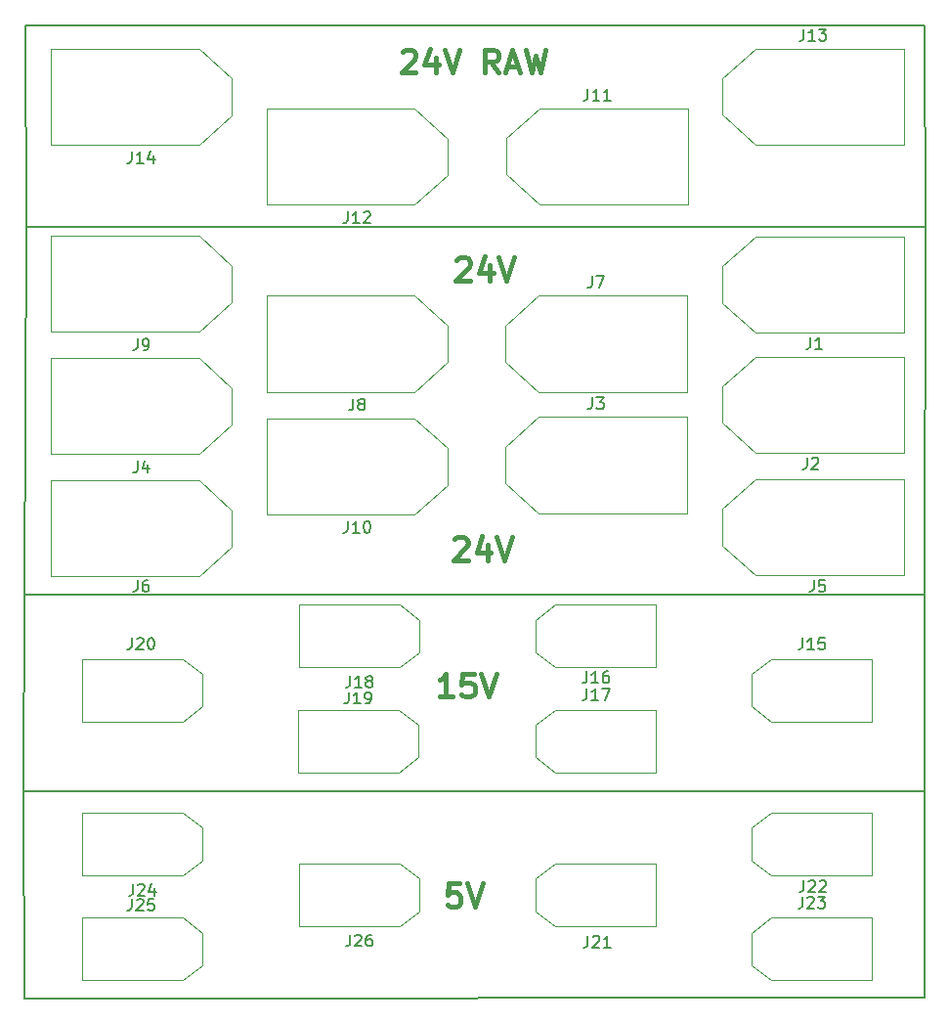
<source format=gbr>
%TF.GenerationSoftware,KiCad,Pcbnew,8.0.4*%
%TF.CreationDate,2024-08-03T01:45:34+02:00*%
%TF.ProjectId,terminal_block,7465726d-696e-4616-9c5f-626c6f636b2e,1*%
%TF.SameCoordinates,Original*%
%TF.FileFunction,Legend,Top*%
%TF.FilePolarity,Positive*%
%FSLAX46Y46*%
G04 Gerber Fmt 4.6, Leading zero omitted, Abs format (unit mm)*
G04 Created by KiCad (PCBNEW 8.0.4) date 2024-08-03 01:45:34*
%MOMM*%
%LPD*%
G01*
G04 APERTURE LIST*
%ADD10C,0.150000*%
%ADD11C,0.400000*%
%ADD12C,0.120000*%
G04 APERTURE END LIST*
D10*
X121400000Y-52200000D02*
X199300000Y-52200000D01*
X121450000Y-69700000D02*
X121400000Y-52200000D01*
X199300000Y-136400000D02*
X121300000Y-136500000D01*
X199300000Y-118500000D02*
X199300000Y-136400000D01*
X121200000Y-118500000D02*
X121300000Y-101500000D01*
X199350000Y-69700000D02*
X199300000Y-101500000D01*
X199300000Y-101500000D02*
X199300000Y-118500000D01*
X121300000Y-136500000D02*
X121200000Y-118500000D01*
X199300000Y-101500000D02*
X121300000Y-101500000D01*
X199300000Y-52200000D02*
X199350000Y-69700000D01*
X199300000Y-118500000D02*
X121200000Y-118500000D01*
X121300000Y-101500000D02*
X121450000Y-69700000D01*
X199350000Y-69700000D02*
X121450000Y-69700000D01*
D11*
X158386966Y-110334438D02*
X157244109Y-110334438D01*
X157815537Y-110334438D02*
X157815537Y-108334438D01*
X157815537Y-108334438D02*
X157625061Y-108620152D01*
X157625061Y-108620152D02*
X157434585Y-108810628D01*
X157434585Y-108810628D02*
X157244109Y-108905866D01*
X160196490Y-108334438D02*
X159244109Y-108334438D01*
X159244109Y-108334438D02*
X159148871Y-109286819D01*
X159148871Y-109286819D02*
X159244109Y-109191580D01*
X159244109Y-109191580D02*
X159434585Y-109096342D01*
X159434585Y-109096342D02*
X159910776Y-109096342D01*
X159910776Y-109096342D02*
X160101252Y-109191580D01*
X160101252Y-109191580D02*
X160196490Y-109286819D01*
X160196490Y-109286819D02*
X160291728Y-109477295D01*
X160291728Y-109477295D02*
X160291728Y-109953485D01*
X160291728Y-109953485D02*
X160196490Y-110143961D01*
X160196490Y-110143961D02*
X160101252Y-110239200D01*
X160101252Y-110239200D02*
X159910776Y-110334438D01*
X159910776Y-110334438D02*
X159434585Y-110334438D01*
X159434585Y-110334438D02*
X159244109Y-110239200D01*
X159244109Y-110239200D02*
X159148871Y-110143961D01*
X160863157Y-108334438D02*
X161529823Y-110334438D01*
X161529823Y-110334438D02*
X162196490Y-108334438D01*
X158991728Y-126534438D02*
X158039347Y-126534438D01*
X158039347Y-126534438D02*
X157944109Y-127486819D01*
X157944109Y-127486819D02*
X158039347Y-127391580D01*
X158039347Y-127391580D02*
X158229823Y-127296342D01*
X158229823Y-127296342D02*
X158706014Y-127296342D01*
X158706014Y-127296342D02*
X158896490Y-127391580D01*
X158896490Y-127391580D02*
X158991728Y-127486819D01*
X158991728Y-127486819D02*
X159086966Y-127677295D01*
X159086966Y-127677295D02*
X159086966Y-128153485D01*
X159086966Y-128153485D02*
X158991728Y-128343961D01*
X158991728Y-128343961D02*
X158896490Y-128439200D01*
X158896490Y-128439200D02*
X158706014Y-128534438D01*
X158706014Y-128534438D02*
X158229823Y-128534438D01*
X158229823Y-128534438D02*
X158039347Y-128439200D01*
X158039347Y-128439200D02*
X157944109Y-128343961D01*
X159658395Y-126534438D02*
X160325061Y-128534438D01*
X160325061Y-128534438D02*
X160991728Y-126534438D01*
X154044109Y-54524914D02*
X154139347Y-54429676D01*
X154139347Y-54429676D02*
X154329823Y-54334438D01*
X154329823Y-54334438D02*
X154806014Y-54334438D01*
X154806014Y-54334438D02*
X154996490Y-54429676D01*
X154996490Y-54429676D02*
X155091728Y-54524914D01*
X155091728Y-54524914D02*
X155186966Y-54715390D01*
X155186966Y-54715390D02*
X155186966Y-54905866D01*
X155186966Y-54905866D02*
X155091728Y-55191580D01*
X155091728Y-55191580D02*
X153948871Y-56334438D01*
X153948871Y-56334438D02*
X155186966Y-56334438D01*
X156901252Y-55001104D02*
X156901252Y-56334438D01*
X156425061Y-54239200D02*
X155948871Y-55667771D01*
X155948871Y-55667771D02*
X157186966Y-55667771D01*
X157663157Y-54334438D02*
X158329823Y-56334438D01*
X158329823Y-56334438D02*
X158996490Y-54334438D01*
X162329824Y-56334438D02*
X161663157Y-55382057D01*
X161186967Y-56334438D02*
X161186967Y-54334438D01*
X161186967Y-54334438D02*
X161948872Y-54334438D01*
X161948872Y-54334438D02*
X162139348Y-54429676D01*
X162139348Y-54429676D02*
X162234586Y-54524914D01*
X162234586Y-54524914D02*
X162329824Y-54715390D01*
X162329824Y-54715390D02*
X162329824Y-55001104D01*
X162329824Y-55001104D02*
X162234586Y-55191580D01*
X162234586Y-55191580D02*
X162139348Y-55286819D01*
X162139348Y-55286819D02*
X161948872Y-55382057D01*
X161948872Y-55382057D02*
X161186967Y-55382057D01*
X163091729Y-55763009D02*
X164044110Y-55763009D01*
X162901253Y-56334438D02*
X163567919Y-54334438D01*
X163567919Y-54334438D02*
X164234586Y-56334438D01*
X164710777Y-54334438D02*
X165186967Y-56334438D01*
X165186967Y-56334438D02*
X165567920Y-54905866D01*
X165567920Y-54905866D02*
X165948872Y-56334438D01*
X165948872Y-56334438D02*
X166425063Y-54334438D01*
X158544109Y-96724914D02*
X158639347Y-96629676D01*
X158639347Y-96629676D02*
X158829823Y-96534438D01*
X158829823Y-96534438D02*
X159306014Y-96534438D01*
X159306014Y-96534438D02*
X159496490Y-96629676D01*
X159496490Y-96629676D02*
X159591728Y-96724914D01*
X159591728Y-96724914D02*
X159686966Y-96915390D01*
X159686966Y-96915390D02*
X159686966Y-97105866D01*
X159686966Y-97105866D02*
X159591728Y-97391580D01*
X159591728Y-97391580D02*
X158448871Y-98534438D01*
X158448871Y-98534438D02*
X159686966Y-98534438D01*
X161401252Y-97201104D02*
X161401252Y-98534438D01*
X160925061Y-96439200D02*
X160448871Y-97867771D01*
X160448871Y-97867771D02*
X161686966Y-97867771D01*
X162163157Y-96534438D02*
X162829823Y-98534438D01*
X162829823Y-98534438D02*
X163496490Y-96534438D01*
X158744109Y-72524914D02*
X158839347Y-72429676D01*
X158839347Y-72429676D02*
X159029823Y-72334438D01*
X159029823Y-72334438D02*
X159506014Y-72334438D01*
X159506014Y-72334438D02*
X159696490Y-72429676D01*
X159696490Y-72429676D02*
X159791728Y-72524914D01*
X159791728Y-72524914D02*
X159886966Y-72715390D01*
X159886966Y-72715390D02*
X159886966Y-72905866D01*
X159886966Y-72905866D02*
X159791728Y-73191580D01*
X159791728Y-73191580D02*
X158648871Y-74334438D01*
X158648871Y-74334438D02*
X159886966Y-74334438D01*
X161601252Y-73001104D02*
X161601252Y-74334438D01*
X161125061Y-72239200D02*
X160648871Y-73667771D01*
X160648871Y-73667771D02*
X161886966Y-73667771D01*
X162363157Y-72334438D02*
X163029823Y-74334438D01*
X163029823Y-74334438D02*
X163696490Y-72334438D01*
D10*
X170466666Y-84454819D02*
X170466666Y-85169104D01*
X170466666Y-85169104D02*
X170419047Y-85311961D01*
X170419047Y-85311961D02*
X170323809Y-85407200D01*
X170323809Y-85407200D02*
X170180952Y-85454819D01*
X170180952Y-85454819D02*
X170085714Y-85454819D01*
X170847619Y-84454819D02*
X171466666Y-84454819D01*
X171466666Y-84454819D02*
X171133333Y-84835771D01*
X171133333Y-84835771D02*
X171276190Y-84835771D01*
X171276190Y-84835771D02*
X171371428Y-84883390D01*
X171371428Y-84883390D02*
X171419047Y-84931009D01*
X171419047Y-84931009D02*
X171466666Y-85026247D01*
X171466666Y-85026247D02*
X171466666Y-85264342D01*
X171466666Y-85264342D02*
X171419047Y-85359580D01*
X171419047Y-85359580D02*
X171371428Y-85407200D01*
X171371428Y-85407200D02*
X171276190Y-85454819D01*
X171276190Y-85454819D02*
X170990476Y-85454819D01*
X170990476Y-85454819D02*
X170895238Y-85407200D01*
X170895238Y-85407200D02*
X170847619Y-85359580D01*
X131066666Y-89954819D02*
X131066666Y-90669104D01*
X131066666Y-90669104D02*
X131019047Y-90811961D01*
X131019047Y-90811961D02*
X130923809Y-90907200D01*
X130923809Y-90907200D02*
X130780952Y-90954819D01*
X130780952Y-90954819D02*
X130685714Y-90954819D01*
X131971428Y-90288152D02*
X131971428Y-90954819D01*
X131733333Y-89907200D02*
X131495238Y-90621485D01*
X131495238Y-90621485D02*
X132114285Y-90621485D01*
X130590476Y-63154819D02*
X130590476Y-63869104D01*
X130590476Y-63869104D02*
X130542857Y-64011961D01*
X130542857Y-64011961D02*
X130447619Y-64107200D01*
X130447619Y-64107200D02*
X130304762Y-64154819D01*
X130304762Y-64154819D02*
X130209524Y-64154819D01*
X131590476Y-64154819D02*
X131019048Y-64154819D01*
X131304762Y-64154819D02*
X131304762Y-63154819D01*
X131304762Y-63154819D02*
X131209524Y-63297676D01*
X131209524Y-63297676D02*
X131114286Y-63392914D01*
X131114286Y-63392914D02*
X131019048Y-63440533D01*
X132447619Y-63488152D02*
X132447619Y-64154819D01*
X132209524Y-63107200D02*
X131971429Y-63821485D01*
X131971429Y-63821485D02*
X132590476Y-63821485D01*
X130690476Y-126554819D02*
X130690476Y-127269104D01*
X130690476Y-127269104D02*
X130642857Y-127411961D01*
X130642857Y-127411961D02*
X130547619Y-127507200D01*
X130547619Y-127507200D02*
X130404762Y-127554819D01*
X130404762Y-127554819D02*
X130309524Y-127554819D01*
X131119048Y-126650057D02*
X131166667Y-126602438D01*
X131166667Y-126602438D02*
X131261905Y-126554819D01*
X131261905Y-126554819D02*
X131500000Y-126554819D01*
X131500000Y-126554819D02*
X131595238Y-126602438D01*
X131595238Y-126602438D02*
X131642857Y-126650057D01*
X131642857Y-126650057D02*
X131690476Y-126745295D01*
X131690476Y-126745295D02*
X131690476Y-126840533D01*
X131690476Y-126840533D02*
X131642857Y-126983390D01*
X131642857Y-126983390D02*
X131071429Y-127554819D01*
X131071429Y-127554819D02*
X131690476Y-127554819D01*
X132547619Y-126888152D02*
X132547619Y-127554819D01*
X132309524Y-126507200D02*
X132071429Y-127221485D01*
X132071429Y-127221485D02*
X132690476Y-127221485D01*
X188790476Y-52554819D02*
X188790476Y-53269104D01*
X188790476Y-53269104D02*
X188742857Y-53411961D01*
X188742857Y-53411961D02*
X188647619Y-53507200D01*
X188647619Y-53507200D02*
X188504762Y-53554819D01*
X188504762Y-53554819D02*
X188409524Y-53554819D01*
X189790476Y-53554819D02*
X189219048Y-53554819D01*
X189504762Y-53554819D02*
X189504762Y-52554819D01*
X189504762Y-52554819D02*
X189409524Y-52697676D01*
X189409524Y-52697676D02*
X189314286Y-52792914D01*
X189314286Y-52792914D02*
X189219048Y-52840533D01*
X190123810Y-52554819D02*
X190742857Y-52554819D01*
X190742857Y-52554819D02*
X190409524Y-52935771D01*
X190409524Y-52935771D02*
X190552381Y-52935771D01*
X190552381Y-52935771D02*
X190647619Y-52983390D01*
X190647619Y-52983390D02*
X190695238Y-53031009D01*
X190695238Y-53031009D02*
X190742857Y-53126247D01*
X190742857Y-53126247D02*
X190742857Y-53364342D01*
X190742857Y-53364342D02*
X190695238Y-53459580D01*
X190695238Y-53459580D02*
X190647619Y-53507200D01*
X190647619Y-53507200D02*
X190552381Y-53554819D01*
X190552381Y-53554819D02*
X190266667Y-53554819D01*
X190266667Y-53554819D02*
X190171429Y-53507200D01*
X190171429Y-53507200D02*
X190123810Y-53459580D01*
X188690476Y-105254819D02*
X188690476Y-105969104D01*
X188690476Y-105969104D02*
X188642857Y-106111961D01*
X188642857Y-106111961D02*
X188547619Y-106207200D01*
X188547619Y-106207200D02*
X188404762Y-106254819D01*
X188404762Y-106254819D02*
X188309524Y-106254819D01*
X189690476Y-106254819D02*
X189119048Y-106254819D01*
X189404762Y-106254819D02*
X189404762Y-105254819D01*
X189404762Y-105254819D02*
X189309524Y-105397676D01*
X189309524Y-105397676D02*
X189214286Y-105492914D01*
X189214286Y-105492914D02*
X189119048Y-105540533D01*
X190595238Y-105254819D02*
X190119048Y-105254819D01*
X190119048Y-105254819D02*
X190071429Y-105731009D01*
X190071429Y-105731009D02*
X190119048Y-105683390D01*
X190119048Y-105683390D02*
X190214286Y-105635771D01*
X190214286Y-105635771D02*
X190452381Y-105635771D01*
X190452381Y-105635771D02*
X190547619Y-105683390D01*
X190547619Y-105683390D02*
X190595238Y-105731009D01*
X190595238Y-105731009D02*
X190642857Y-105826247D01*
X190642857Y-105826247D02*
X190642857Y-106064342D01*
X190642857Y-106064342D02*
X190595238Y-106159580D01*
X190595238Y-106159580D02*
X190547619Y-106207200D01*
X190547619Y-106207200D02*
X190452381Y-106254819D01*
X190452381Y-106254819D02*
X190214286Y-106254819D01*
X190214286Y-106254819D02*
X190119048Y-106207200D01*
X190119048Y-106207200D02*
X190071429Y-106159580D01*
X149290476Y-95154819D02*
X149290476Y-95869104D01*
X149290476Y-95869104D02*
X149242857Y-96011961D01*
X149242857Y-96011961D02*
X149147619Y-96107200D01*
X149147619Y-96107200D02*
X149004762Y-96154819D01*
X149004762Y-96154819D02*
X148909524Y-96154819D01*
X150290476Y-96154819D02*
X149719048Y-96154819D01*
X150004762Y-96154819D02*
X150004762Y-95154819D01*
X150004762Y-95154819D02*
X149909524Y-95297676D01*
X149909524Y-95297676D02*
X149814286Y-95392914D01*
X149814286Y-95392914D02*
X149719048Y-95440533D01*
X150909524Y-95154819D02*
X151004762Y-95154819D01*
X151004762Y-95154819D02*
X151100000Y-95202438D01*
X151100000Y-95202438D02*
X151147619Y-95250057D01*
X151147619Y-95250057D02*
X151195238Y-95345295D01*
X151195238Y-95345295D02*
X151242857Y-95535771D01*
X151242857Y-95535771D02*
X151242857Y-95773866D01*
X151242857Y-95773866D02*
X151195238Y-95964342D01*
X151195238Y-95964342D02*
X151147619Y-96059580D01*
X151147619Y-96059580D02*
X151100000Y-96107200D01*
X151100000Y-96107200D02*
X151004762Y-96154819D01*
X151004762Y-96154819D02*
X150909524Y-96154819D01*
X150909524Y-96154819D02*
X150814286Y-96107200D01*
X150814286Y-96107200D02*
X150766667Y-96059580D01*
X150766667Y-96059580D02*
X150719048Y-95964342D01*
X150719048Y-95964342D02*
X150671429Y-95773866D01*
X150671429Y-95773866D02*
X150671429Y-95535771D01*
X150671429Y-95535771D02*
X150719048Y-95345295D01*
X150719048Y-95345295D02*
X150766667Y-95250057D01*
X150766667Y-95250057D02*
X150814286Y-95202438D01*
X150814286Y-95202438D02*
X150909524Y-95154819D01*
X130590476Y-105254819D02*
X130590476Y-105969104D01*
X130590476Y-105969104D02*
X130542857Y-106111961D01*
X130542857Y-106111961D02*
X130447619Y-106207200D01*
X130447619Y-106207200D02*
X130304762Y-106254819D01*
X130304762Y-106254819D02*
X130209524Y-106254819D01*
X131019048Y-105350057D02*
X131066667Y-105302438D01*
X131066667Y-105302438D02*
X131161905Y-105254819D01*
X131161905Y-105254819D02*
X131400000Y-105254819D01*
X131400000Y-105254819D02*
X131495238Y-105302438D01*
X131495238Y-105302438D02*
X131542857Y-105350057D01*
X131542857Y-105350057D02*
X131590476Y-105445295D01*
X131590476Y-105445295D02*
X131590476Y-105540533D01*
X131590476Y-105540533D02*
X131542857Y-105683390D01*
X131542857Y-105683390D02*
X130971429Y-106254819D01*
X130971429Y-106254819D02*
X131590476Y-106254819D01*
X132209524Y-105254819D02*
X132304762Y-105254819D01*
X132304762Y-105254819D02*
X132400000Y-105302438D01*
X132400000Y-105302438D02*
X132447619Y-105350057D01*
X132447619Y-105350057D02*
X132495238Y-105445295D01*
X132495238Y-105445295D02*
X132542857Y-105635771D01*
X132542857Y-105635771D02*
X132542857Y-105873866D01*
X132542857Y-105873866D02*
X132495238Y-106064342D01*
X132495238Y-106064342D02*
X132447619Y-106159580D01*
X132447619Y-106159580D02*
X132400000Y-106207200D01*
X132400000Y-106207200D02*
X132304762Y-106254819D01*
X132304762Y-106254819D02*
X132209524Y-106254819D01*
X132209524Y-106254819D02*
X132114286Y-106207200D01*
X132114286Y-106207200D02*
X132066667Y-106159580D01*
X132066667Y-106159580D02*
X132019048Y-106064342D01*
X132019048Y-106064342D02*
X131971429Y-105873866D01*
X131971429Y-105873866D02*
X131971429Y-105635771D01*
X131971429Y-105635771D02*
X132019048Y-105445295D01*
X132019048Y-105445295D02*
X132066667Y-105350057D01*
X132066667Y-105350057D02*
X132114286Y-105302438D01*
X132114286Y-105302438D02*
X132209524Y-105254819D01*
X188690476Y-127654819D02*
X188690476Y-128369104D01*
X188690476Y-128369104D02*
X188642857Y-128511961D01*
X188642857Y-128511961D02*
X188547619Y-128607200D01*
X188547619Y-128607200D02*
X188404762Y-128654819D01*
X188404762Y-128654819D02*
X188309524Y-128654819D01*
X189119048Y-127750057D02*
X189166667Y-127702438D01*
X189166667Y-127702438D02*
X189261905Y-127654819D01*
X189261905Y-127654819D02*
X189500000Y-127654819D01*
X189500000Y-127654819D02*
X189595238Y-127702438D01*
X189595238Y-127702438D02*
X189642857Y-127750057D01*
X189642857Y-127750057D02*
X189690476Y-127845295D01*
X189690476Y-127845295D02*
X189690476Y-127940533D01*
X189690476Y-127940533D02*
X189642857Y-128083390D01*
X189642857Y-128083390D02*
X189071429Y-128654819D01*
X189071429Y-128654819D02*
X189690476Y-128654819D01*
X190023810Y-127654819D02*
X190642857Y-127654819D01*
X190642857Y-127654819D02*
X190309524Y-128035771D01*
X190309524Y-128035771D02*
X190452381Y-128035771D01*
X190452381Y-128035771D02*
X190547619Y-128083390D01*
X190547619Y-128083390D02*
X190595238Y-128131009D01*
X190595238Y-128131009D02*
X190642857Y-128226247D01*
X190642857Y-128226247D02*
X190642857Y-128464342D01*
X190642857Y-128464342D02*
X190595238Y-128559580D01*
X190595238Y-128559580D02*
X190547619Y-128607200D01*
X190547619Y-128607200D02*
X190452381Y-128654819D01*
X190452381Y-128654819D02*
X190166667Y-128654819D01*
X190166667Y-128654819D02*
X190071429Y-128607200D01*
X190071429Y-128607200D02*
X190023810Y-128559580D01*
X188790476Y-126254819D02*
X188790476Y-126969104D01*
X188790476Y-126969104D02*
X188742857Y-127111961D01*
X188742857Y-127111961D02*
X188647619Y-127207200D01*
X188647619Y-127207200D02*
X188504762Y-127254819D01*
X188504762Y-127254819D02*
X188409524Y-127254819D01*
X189219048Y-126350057D02*
X189266667Y-126302438D01*
X189266667Y-126302438D02*
X189361905Y-126254819D01*
X189361905Y-126254819D02*
X189600000Y-126254819D01*
X189600000Y-126254819D02*
X189695238Y-126302438D01*
X189695238Y-126302438D02*
X189742857Y-126350057D01*
X189742857Y-126350057D02*
X189790476Y-126445295D01*
X189790476Y-126445295D02*
X189790476Y-126540533D01*
X189790476Y-126540533D02*
X189742857Y-126683390D01*
X189742857Y-126683390D02*
X189171429Y-127254819D01*
X189171429Y-127254819D02*
X189790476Y-127254819D01*
X190171429Y-126350057D02*
X190219048Y-126302438D01*
X190219048Y-126302438D02*
X190314286Y-126254819D01*
X190314286Y-126254819D02*
X190552381Y-126254819D01*
X190552381Y-126254819D02*
X190647619Y-126302438D01*
X190647619Y-126302438D02*
X190695238Y-126350057D01*
X190695238Y-126350057D02*
X190742857Y-126445295D01*
X190742857Y-126445295D02*
X190742857Y-126540533D01*
X190742857Y-126540533D02*
X190695238Y-126683390D01*
X190695238Y-126683390D02*
X190123810Y-127254819D01*
X190123810Y-127254819D02*
X190742857Y-127254819D01*
X170466666Y-73954819D02*
X170466666Y-74669104D01*
X170466666Y-74669104D02*
X170419047Y-74811961D01*
X170419047Y-74811961D02*
X170323809Y-74907200D01*
X170323809Y-74907200D02*
X170180952Y-74954819D01*
X170180952Y-74954819D02*
X170085714Y-74954819D01*
X170847619Y-73954819D02*
X171514285Y-73954819D01*
X171514285Y-73954819D02*
X171085714Y-74954819D01*
X130590476Y-127854819D02*
X130590476Y-128569104D01*
X130590476Y-128569104D02*
X130542857Y-128711961D01*
X130542857Y-128711961D02*
X130447619Y-128807200D01*
X130447619Y-128807200D02*
X130304762Y-128854819D01*
X130304762Y-128854819D02*
X130209524Y-128854819D01*
X131019048Y-127950057D02*
X131066667Y-127902438D01*
X131066667Y-127902438D02*
X131161905Y-127854819D01*
X131161905Y-127854819D02*
X131400000Y-127854819D01*
X131400000Y-127854819D02*
X131495238Y-127902438D01*
X131495238Y-127902438D02*
X131542857Y-127950057D01*
X131542857Y-127950057D02*
X131590476Y-128045295D01*
X131590476Y-128045295D02*
X131590476Y-128140533D01*
X131590476Y-128140533D02*
X131542857Y-128283390D01*
X131542857Y-128283390D02*
X130971429Y-128854819D01*
X130971429Y-128854819D02*
X131590476Y-128854819D01*
X132495238Y-127854819D02*
X132019048Y-127854819D01*
X132019048Y-127854819D02*
X131971429Y-128331009D01*
X131971429Y-128331009D02*
X132019048Y-128283390D01*
X132019048Y-128283390D02*
X132114286Y-128235771D01*
X132114286Y-128235771D02*
X132352381Y-128235771D01*
X132352381Y-128235771D02*
X132447619Y-128283390D01*
X132447619Y-128283390D02*
X132495238Y-128331009D01*
X132495238Y-128331009D02*
X132542857Y-128426247D01*
X132542857Y-128426247D02*
X132542857Y-128664342D01*
X132542857Y-128664342D02*
X132495238Y-128759580D01*
X132495238Y-128759580D02*
X132447619Y-128807200D01*
X132447619Y-128807200D02*
X132352381Y-128854819D01*
X132352381Y-128854819D02*
X132114286Y-128854819D01*
X132114286Y-128854819D02*
X132019048Y-128807200D01*
X132019048Y-128807200D02*
X131971429Y-128759580D01*
X131066666Y-79354819D02*
X131066666Y-80069104D01*
X131066666Y-80069104D02*
X131019047Y-80211961D01*
X131019047Y-80211961D02*
X130923809Y-80307200D01*
X130923809Y-80307200D02*
X130780952Y-80354819D01*
X130780952Y-80354819D02*
X130685714Y-80354819D01*
X131590476Y-80354819D02*
X131780952Y-80354819D01*
X131780952Y-80354819D02*
X131876190Y-80307200D01*
X131876190Y-80307200D02*
X131923809Y-80259580D01*
X131923809Y-80259580D02*
X132019047Y-80116723D01*
X132019047Y-80116723D02*
X132066666Y-79926247D01*
X132066666Y-79926247D02*
X132066666Y-79545295D01*
X132066666Y-79545295D02*
X132019047Y-79450057D01*
X132019047Y-79450057D02*
X131971428Y-79402438D01*
X131971428Y-79402438D02*
X131876190Y-79354819D01*
X131876190Y-79354819D02*
X131685714Y-79354819D01*
X131685714Y-79354819D02*
X131590476Y-79402438D01*
X131590476Y-79402438D02*
X131542857Y-79450057D01*
X131542857Y-79450057D02*
X131495238Y-79545295D01*
X131495238Y-79545295D02*
X131495238Y-79783390D01*
X131495238Y-79783390D02*
X131542857Y-79878628D01*
X131542857Y-79878628D02*
X131590476Y-79926247D01*
X131590476Y-79926247D02*
X131685714Y-79973866D01*
X131685714Y-79973866D02*
X131876190Y-79973866D01*
X131876190Y-79973866D02*
X131971428Y-79926247D01*
X131971428Y-79926247D02*
X132019047Y-79878628D01*
X132019047Y-79878628D02*
X132066666Y-79783390D01*
X189366666Y-79254819D02*
X189366666Y-79969104D01*
X189366666Y-79969104D02*
X189319047Y-80111961D01*
X189319047Y-80111961D02*
X189223809Y-80207200D01*
X189223809Y-80207200D02*
X189080952Y-80254819D01*
X189080952Y-80254819D02*
X188985714Y-80254819D01*
X190366666Y-80254819D02*
X189795238Y-80254819D01*
X190080952Y-80254819D02*
X190080952Y-79254819D01*
X190080952Y-79254819D02*
X189985714Y-79397676D01*
X189985714Y-79397676D02*
X189890476Y-79492914D01*
X189890476Y-79492914D02*
X189795238Y-79540533D01*
X170090476Y-57754819D02*
X170090476Y-58469104D01*
X170090476Y-58469104D02*
X170042857Y-58611961D01*
X170042857Y-58611961D02*
X169947619Y-58707200D01*
X169947619Y-58707200D02*
X169804762Y-58754819D01*
X169804762Y-58754819D02*
X169709524Y-58754819D01*
X171090476Y-58754819D02*
X170519048Y-58754819D01*
X170804762Y-58754819D02*
X170804762Y-57754819D01*
X170804762Y-57754819D02*
X170709524Y-57897676D01*
X170709524Y-57897676D02*
X170614286Y-57992914D01*
X170614286Y-57992914D02*
X170519048Y-58040533D01*
X172042857Y-58754819D02*
X171471429Y-58754819D01*
X171757143Y-58754819D02*
X171757143Y-57754819D01*
X171757143Y-57754819D02*
X171661905Y-57897676D01*
X171661905Y-57897676D02*
X171566667Y-57992914D01*
X171566667Y-57992914D02*
X171471429Y-58040533D01*
X149290476Y-68354819D02*
X149290476Y-69069104D01*
X149290476Y-69069104D02*
X149242857Y-69211961D01*
X149242857Y-69211961D02*
X149147619Y-69307200D01*
X149147619Y-69307200D02*
X149004762Y-69354819D01*
X149004762Y-69354819D02*
X148909524Y-69354819D01*
X150290476Y-69354819D02*
X149719048Y-69354819D01*
X150004762Y-69354819D02*
X150004762Y-68354819D01*
X150004762Y-68354819D02*
X149909524Y-68497676D01*
X149909524Y-68497676D02*
X149814286Y-68592914D01*
X149814286Y-68592914D02*
X149719048Y-68640533D01*
X150671429Y-68450057D02*
X150719048Y-68402438D01*
X150719048Y-68402438D02*
X150814286Y-68354819D01*
X150814286Y-68354819D02*
X151052381Y-68354819D01*
X151052381Y-68354819D02*
X151147619Y-68402438D01*
X151147619Y-68402438D02*
X151195238Y-68450057D01*
X151195238Y-68450057D02*
X151242857Y-68545295D01*
X151242857Y-68545295D02*
X151242857Y-68640533D01*
X151242857Y-68640533D02*
X151195238Y-68783390D01*
X151195238Y-68783390D02*
X150623810Y-69354819D01*
X150623810Y-69354819D02*
X151242857Y-69354819D01*
X149766666Y-84554819D02*
X149766666Y-85269104D01*
X149766666Y-85269104D02*
X149719047Y-85411961D01*
X149719047Y-85411961D02*
X149623809Y-85507200D01*
X149623809Y-85507200D02*
X149480952Y-85554819D01*
X149480952Y-85554819D02*
X149385714Y-85554819D01*
X150385714Y-84983390D02*
X150290476Y-84935771D01*
X150290476Y-84935771D02*
X150242857Y-84888152D01*
X150242857Y-84888152D02*
X150195238Y-84792914D01*
X150195238Y-84792914D02*
X150195238Y-84745295D01*
X150195238Y-84745295D02*
X150242857Y-84650057D01*
X150242857Y-84650057D02*
X150290476Y-84602438D01*
X150290476Y-84602438D02*
X150385714Y-84554819D01*
X150385714Y-84554819D02*
X150576190Y-84554819D01*
X150576190Y-84554819D02*
X150671428Y-84602438D01*
X150671428Y-84602438D02*
X150719047Y-84650057D01*
X150719047Y-84650057D02*
X150766666Y-84745295D01*
X150766666Y-84745295D02*
X150766666Y-84792914D01*
X150766666Y-84792914D02*
X150719047Y-84888152D01*
X150719047Y-84888152D02*
X150671428Y-84935771D01*
X150671428Y-84935771D02*
X150576190Y-84983390D01*
X150576190Y-84983390D02*
X150385714Y-84983390D01*
X150385714Y-84983390D02*
X150290476Y-85031009D01*
X150290476Y-85031009D02*
X150242857Y-85078628D01*
X150242857Y-85078628D02*
X150195238Y-85173866D01*
X150195238Y-85173866D02*
X150195238Y-85364342D01*
X150195238Y-85364342D02*
X150242857Y-85459580D01*
X150242857Y-85459580D02*
X150290476Y-85507200D01*
X150290476Y-85507200D02*
X150385714Y-85554819D01*
X150385714Y-85554819D02*
X150576190Y-85554819D01*
X150576190Y-85554819D02*
X150671428Y-85507200D01*
X150671428Y-85507200D02*
X150719047Y-85459580D01*
X150719047Y-85459580D02*
X150766666Y-85364342D01*
X150766666Y-85364342D02*
X150766666Y-85173866D01*
X150766666Y-85173866D02*
X150719047Y-85078628D01*
X150719047Y-85078628D02*
X150671428Y-85031009D01*
X150671428Y-85031009D02*
X150576190Y-84983390D01*
X149490476Y-130954819D02*
X149490476Y-131669104D01*
X149490476Y-131669104D02*
X149442857Y-131811961D01*
X149442857Y-131811961D02*
X149347619Y-131907200D01*
X149347619Y-131907200D02*
X149204762Y-131954819D01*
X149204762Y-131954819D02*
X149109524Y-131954819D01*
X149919048Y-131050057D02*
X149966667Y-131002438D01*
X149966667Y-131002438D02*
X150061905Y-130954819D01*
X150061905Y-130954819D02*
X150300000Y-130954819D01*
X150300000Y-130954819D02*
X150395238Y-131002438D01*
X150395238Y-131002438D02*
X150442857Y-131050057D01*
X150442857Y-131050057D02*
X150490476Y-131145295D01*
X150490476Y-131145295D02*
X150490476Y-131240533D01*
X150490476Y-131240533D02*
X150442857Y-131383390D01*
X150442857Y-131383390D02*
X149871429Y-131954819D01*
X149871429Y-131954819D02*
X150490476Y-131954819D01*
X151347619Y-130954819D02*
X151157143Y-130954819D01*
X151157143Y-130954819D02*
X151061905Y-131002438D01*
X151061905Y-131002438D02*
X151014286Y-131050057D01*
X151014286Y-131050057D02*
X150919048Y-131192914D01*
X150919048Y-131192914D02*
X150871429Y-131383390D01*
X150871429Y-131383390D02*
X150871429Y-131764342D01*
X150871429Y-131764342D02*
X150919048Y-131859580D01*
X150919048Y-131859580D02*
X150966667Y-131907200D01*
X150966667Y-131907200D02*
X151061905Y-131954819D01*
X151061905Y-131954819D02*
X151252381Y-131954819D01*
X151252381Y-131954819D02*
X151347619Y-131907200D01*
X151347619Y-131907200D02*
X151395238Y-131859580D01*
X151395238Y-131859580D02*
X151442857Y-131764342D01*
X151442857Y-131764342D02*
X151442857Y-131526247D01*
X151442857Y-131526247D02*
X151395238Y-131431009D01*
X151395238Y-131431009D02*
X151347619Y-131383390D01*
X151347619Y-131383390D02*
X151252381Y-131335771D01*
X151252381Y-131335771D02*
X151061905Y-131335771D01*
X151061905Y-131335771D02*
X150966667Y-131383390D01*
X150966667Y-131383390D02*
X150919048Y-131431009D01*
X150919048Y-131431009D02*
X150871429Y-131526247D01*
X169990476Y-109654819D02*
X169990476Y-110369104D01*
X169990476Y-110369104D02*
X169942857Y-110511961D01*
X169942857Y-110511961D02*
X169847619Y-110607200D01*
X169847619Y-110607200D02*
X169704762Y-110654819D01*
X169704762Y-110654819D02*
X169609524Y-110654819D01*
X170990476Y-110654819D02*
X170419048Y-110654819D01*
X170704762Y-110654819D02*
X170704762Y-109654819D01*
X170704762Y-109654819D02*
X170609524Y-109797676D01*
X170609524Y-109797676D02*
X170514286Y-109892914D01*
X170514286Y-109892914D02*
X170419048Y-109940533D01*
X171323810Y-109654819D02*
X171990476Y-109654819D01*
X171990476Y-109654819D02*
X171561905Y-110654819D01*
X149490476Y-108554819D02*
X149490476Y-109269104D01*
X149490476Y-109269104D02*
X149442857Y-109411961D01*
X149442857Y-109411961D02*
X149347619Y-109507200D01*
X149347619Y-109507200D02*
X149204762Y-109554819D01*
X149204762Y-109554819D02*
X149109524Y-109554819D01*
X150490476Y-109554819D02*
X149919048Y-109554819D01*
X150204762Y-109554819D02*
X150204762Y-108554819D01*
X150204762Y-108554819D02*
X150109524Y-108697676D01*
X150109524Y-108697676D02*
X150014286Y-108792914D01*
X150014286Y-108792914D02*
X149919048Y-108840533D01*
X151061905Y-108983390D02*
X150966667Y-108935771D01*
X150966667Y-108935771D02*
X150919048Y-108888152D01*
X150919048Y-108888152D02*
X150871429Y-108792914D01*
X150871429Y-108792914D02*
X150871429Y-108745295D01*
X150871429Y-108745295D02*
X150919048Y-108650057D01*
X150919048Y-108650057D02*
X150966667Y-108602438D01*
X150966667Y-108602438D02*
X151061905Y-108554819D01*
X151061905Y-108554819D02*
X151252381Y-108554819D01*
X151252381Y-108554819D02*
X151347619Y-108602438D01*
X151347619Y-108602438D02*
X151395238Y-108650057D01*
X151395238Y-108650057D02*
X151442857Y-108745295D01*
X151442857Y-108745295D02*
X151442857Y-108792914D01*
X151442857Y-108792914D02*
X151395238Y-108888152D01*
X151395238Y-108888152D02*
X151347619Y-108935771D01*
X151347619Y-108935771D02*
X151252381Y-108983390D01*
X151252381Y-108983390D02*
X151061905Y-108983390D01*
X151061905Y-108983390D02*
X150966667Y-109031009D01*
X150966667Y-109031009D02*
X150919048Y-109078628D01*
X150919048Y-109078628D02*
X150871429Y-109173866D01*
X150871429Y-109173866D02*
X150871429Y-109364342D01*
X150871429Y-109364342D02*
X150919048Y-109459580D01*
X150919048Y-109459580D02*
X150966667Y-109507200D01*
X150966667Y-109507200D02*
X151061905Y-109554819D01*
X151061905Y-109554819D02*
X151252381Y-109554819D01*
X151252381Y-109554819D02*
X151347619Y-109507200D01*
X151347619Y-109507200D02*
X151395238Y-109459580D01*
X151395238Y-109459580D02*
X151442857Y-109364342D01*
X151442857Y-109364342D02*
X151442857Y-109173866D01*
X151442857Y-109173866D02*
X151395238Y-109078628D01*
X151395238Y-109078628D02*
X151347619Y-109031009D01*
X151347619Y-109031009D02*
X151252381Y-108983390D01*
X170090476Y-131054819D02*
X170090476Y-131769104D01*
X170090476Y-131769104D02*
X170042857Y-131911961D01*
X170042857Y-131911961D02*
X169947619Y-132007200D01*
X169947619Y-132007200D02*
X169804762Y-132054819D01*
X169804762Y-132054819D02*
X169709524Y-132054819D01*
X170519048Y-131150057D02*
X170566667Y-131102438D01*
X170566667Y-131102438D02*
X170661905Y-131054819D01*
X170661905Y-131054819D02*
X170900000Y-131054819D01*
X170900000Y-131054819D02*
X170995238Y-131102438D01*
X170995238Y-131102438D02*
X171042857Y-131150057D01*
X171042857Y-131150057D02*
X171090476Y-131245295D01*
X171090476Y-131245295D02*
X171090476Y-131340533D01*
X171090476Y-131340533D02*
X171042857Y-131483390D01*
X171042857Y-131483390D02*
X170471429Y-132054819D01*
X170471429Y-132054819D02*
X171090476Y-132054819D01*
X172042857Y-132054819D02*
X171471429Y-132054819D01*
X171757143Y-132054819D02*
X171757143Y-131054819D01*
X171757143Y-131054819D02*
X171661905Y-131197676D01*
X171661905Y-131197676D02*
X171566667Y-131292914D01*
X171566667Y-131292914D02*
X171471429Y-131340533D01*
X149390476Y-109954819D02*
X149390476Y-110669104D01*
X149390476Y-110669104D02*
X149342857Y-110811961D01*
X149342857Y-110811961D02*
X149247619Y-110907200D01*
X149247619Y-110907200D02*
X149104762Y-110954819D01*
X149104762Y-110954819D02*
X149009524Y-110954819D01*
X150390476Y-110954819D02*
X149819048Y-110954819D01*
X150104762Y-110954819D02*
X150104762Y-109954819D01*
X150104762Y-109954819D02*
X150009524Y-110097676D01*
X150009524Y-110097676D02*
X149914286Y-110192914D01*
X149914286Y-110192914D02*
X149819048Y-110240533D01*
X150866667Y-110954819D02*
X151057143Y-110954819D01*
X151057143Y-110954819D02*
X151152381Y-110907200D01*
X151152381Y-110907200D02*
X151200000Y-110859580D01*
X151200000Y-110859580D02*
X151295238Y-110716723D01*
X151295238Y-110716723D02*
X151342857Y-110526247D01*
X151342857Y-110526247D02*
X151342857Y-110145295D01*
X151342857Y-110145295D02*
X151295238Y-110050057D01*
X151295238Y-110050057D02*
X151247619Y-110002438D01*
X151247619Y-110002438D02*
X151152381Y-109954819D01*
X151152381Y-109954819D02*
X150961905Y-109954819D01*
X150961905Y-109954819D02*
X150866667Y-110002438D01*
X150866667Y-110002438D02*
X150819048Y-110050057D01*
X150819048Y-110050057D02*
X150771429Y-110145295D01*
X150771429Y-110145295D02*
X150771429Y-110383390D01*
X150771429Y-110383390D02*
X150819048Y-110478628D01*
X150819048Y-110478628D02*
X150866667Y-110526247D01*
X150866667Y-110526247D02*
X150961905Y-110573866D01*
X150961905Y-110573866D02*
X151152381Y-110573866D01*
X151152381Y-110573866D02*
X151247619Y-110526247D01*
X151247619Y-110526247D02*
X151295238Y-110478628D01*
X151295238Y-110478628D02*
X151342857Y-110383390D01*
X169990476Y-108154819D02*
X169990476Y-108869104D01*
X169990476Y-108869104D02*
X169942857Y-109011961D01*
X169942857Y-109011961D02*
X169847619Y-109107200D01*
X169847619Y-109107200D02*
X169704762Y-109154819D01*
X169704762Y-109154819D02*
X169609524Y-109154819D01*
X170990476Y-109154819D02*
X170419048Y-109154819D01*
X170704762Y-109154819D02*
X170704762Y-108154819D01*
X170704762Y-108154819D02*
X170609524Y-108297676D01*
X170609524Y-108297676D02*
X170514286Y-108392914D01*
X170514286Y-108392914D02*
X170419048Y-108440533D01*
X171847619Y-108154819D02*
X171657143Y-108154819D01*
X171657143Y-108154819D02*
X171561905Y-108202438D01*
X171561905Y-108202438D02*
X171514286Y-108250057D01*
X171514286Y-108250057D02*
X171419048Y-108392914D01*
X171419048Y-108392914D02*
X171371429Y-108583390D01*
X171371429Y-108583390D02*
X171371429Y-108964342D01*
X171371429Y-108964342D02*
X171419048Y-109059580D01*
X171419048Y-109059580D02*
X171466667Y-109107200D01*
X171466667Y-109107200D02*
X171561905Y-109154819D01*
X171561905Y-109154819D02*
X171752381Y-109154819D01*
X171752381Y-109154819D02*
X171847619Y-109107200D01*
X171847619Y-109107200D02*
X171895238Y-109059580D01*
X171895238Y-109059580D02*
X171942857Y-108964342D01*
X171942857Y-108964342D02*
X171942857Y-108726247D01*
X171942857Y-108726247D02*
X171895238Y-108631009D01*
X171895238Y-108631009D02*
X171847619Y-108583390D01*
X171847619Y-108583390D02*
X171752381Y-108535771D01*
X171752381Y-108535771D02*
X171561905Y-108535771D01*
X171561905Y-108535771D02*
X171466667Y-108583390D01*
X171466667Y-108583390D02*
X171419048Y-108631009D01*
X171419048Y-108631009D02*
X171371429Y-108726247D01*
X131066666Y-100254819D02*
X131066666Y-100969104D01*
X131066666Y-100969104D02*
X131019047Y-101111961D01*
X131019047Y-101111961D02*
X130923809Y-101207200D01*
X130923809Y-101207200D02*
X130780952Y-101254819D01*
X130780952Y-101254819D02*
X130685714Y-101254819D01*
X131971428Y-100254819D02*
X131780952Y-100254819D01*
X131780952Y-100254819D02*
X131685714Y-100302438D01*
X131685714Y-100302438D02*
X131638095Y-100350057D01*
X131638095Y-100350057D02*
X131542857Y-100492914D01*
X131542857Y-100492914D02*
X131495238Y-100683390D01*
X131495238Y-100683390D02*
X131495238Y-101064342D01*
X131495238Y-101064342D02*
X131542857Y-101159580D01*
X131542857Y-101159580D02*
X131590476Y-101207200D01*
X131590476Y-101207200D02*
X131685714Y-101254819D01*
X131685714Y-101254819D02*
X131876190Y-101254819D01*
X131876190Y-101254819D02*
X131971428Y-101207200D01*
X131971428Y-101207200D02*
X132019047Y-101159580D01*
X132019047Y-101159580D02*
X132066666Y-101064342D01*
X132066666Y-101064342D02*
X132066666Y-100826247D01*
X132066666Y-100826247D02*
X132019047Y-100731009D01*
X132019047Y-100731009D02*
X131971428Y-100683390D01*
X131971428Y-100683390D02*
X131876190Y-100635771D01*
X131876190Y-100635771D02*
X131685714Y-100635771D01*
X131685714Y-100635771D02*
X131590476Y-100683390D01*
X131590476Y-100683390D02*
X131542857Y-100731009D01*
X131542857Y-100731009D02*
X131495238Y-100826247D01*
X189666666Y-100254819D02*
X189666666Y-100969104D01*
X189666666Y-100969104D02*
X189619047Y-101111961D01*
X189619047Y-101111961D02*
X189523809Y-101207200D01*
X189523809Y-101207200D02*
X189380952Y-101254819D01*
X189380952Y-101254819D02*
X189285714Y-101254819D01*
X190619047Y-100254819D02*
X190142857Y-100254819D01*
X190142857Y-100254819D02*
X190095238Y-100731009D01*
X190095238Y-100731009D02*
X190142857Y-100683390D01*
X190142857Y-100683390D02*
X190238095Y-100635771D01*
X190238095Y-100635771D02*
X190476190Y-100635771D01*
X190476190Y-100635771D02*
X190571428Y-100683390D01*
X190571428Y-100683390D02*
X190619047Y-100731009D01*
X190619047Y-100731009D02*
X190666666Y-100826247D01*
X190666666Y-100826247D02*
X190666666Y-101064342D01*
X190666666Y-101064342D02*
X190619047Y-101159580D01*
X190619047Y-101159580D02*
X190571428Y-101207200D01*
X190571428Y-101207200D02*
X190476190Y-101254819D01*
X190476190Y-101254819D02*
X190238095Y-101254819D01*
X190238095Y-101254819D02*
X190142857Y-101207200D01*
X190142857Y-101207200D02*
X190095238Y-101159580D01*
X189066666Y-89654819D02*
X189066666Y-90369104D01*
X189066666Y-90369104D02*
X189019047Y-90511961D01*
X189019047Y-90511961D02*
X188923809Y-90607200D01*
X188923809Y-90607200D02*
X188780952Y-90654819D01*
X188780952Y-90654819D02*
X188685714Y-90654819D01*
X189495238Y-89750057D02*
X189542857Y-89702438D01*
X189542857Y-89702438D02*
X189638095Y-89654819D01*
X189638095Y-89654819D02*
X189876190Y-89654819D01*
X189876190Y-89654819D02*
X189971428Y-89702438D01*
X189971428Y-89702438D02*
X190019047Y-89750057D01*
X190019047Y-89750057D02*
X190066666Y-89845295D01*
X190066666Y-89845295D02*
X190066666Y-89940533D01*
X190066666Y-89940533D02*
X190019047Y-90083390D01*
X190019047Y-90083390D02*
X189447619Y-90654819D01*
X189447619Y-90654819D02*
X190066666Y-90654819D01*
D12*
%TO.C,J3*%
X162950000Y-88700000D02*
X162950000Y-91850000D01*
X162950000Y-91850000D02*
X165800000Y-94450000D01*
X165800000Y-86150000D02*
X162950000Y-88700000D01*
X165800000Y-94450000D02*
X178650000Y-94450000D01*
X178650000Y-86150000D02*
X165800000Y-86150000D01*
X178650000Y-94450000D02*
X178650000Y-86150000D01*
%TO.C,J4*%
X123550000Y-81050000D02*
X123550000Y-89350000D01*
X123550000Y-89350000D02*
X136400000Y-89350000D01*
X136400000Y-81050000D02*
X123550000Y-81050000D01*
X136400000Y-89350000D02*
X139250000Y-86800000D01*
X139250000Y-83650000D02*
X136400000Y-81050000D01*
X139250000Y-86800000D02*
X139250000Y-83650000D01*
%TO.C,J14*%
X123550000Y-54250000D02*
X123550000Y-62550000D01*
X123550000Y-62550000D02*
X136400000Y-62550000D01*
X136400000Y-54250000D02*
X123550000Y-54250000D01*
X136400000Y-62550000D02*
X139250000Y-60000000D01*
X139250000Y-56850000D02*
X136400000Y-54250000D01*
X139250000Y-60000000D02*
X139250000Y-56850000D01*
%TO.C,J24*%
X126290000Y-125810000D02*
X126290000Y-120390000D01*
X135010000Y-120390000D02*
X126290000Y-120390000D01*
X135010000Y-125810000D02*
X126290000Y-125810000D01*
X136710000Y-121690000D02*
X135010000Y-120390000D01*
X136710000Y-124510000D02*
X135010000Y-125810000D01*
X136710000Y-124510000D02*
X136710000Y-121690000D01*
%TO.C,J13*%
X181750000Y-56800000D02*
X181750000Y-59950000D01*
X181750000Y-59950000D02*
X184600000Y-62550000D01*
X184600000Y-54250000D02*
X181750000Y-56800000D01*
X184600000Y-62550000D02*
X197450000Y-62550000D01*
X197450000Y-54250000D02*
X184600000Y-54250000D01*
X197450000Y-62550000D02*
X197450000Y-54250000D01*
%TO.C,J15*%
X184290000Y-108390000D02*
X184290000Y-111210000D01*
X184290000Y-108390000D02*
X185990000Y-107090000D01*
X184290000Y-111210000D02*
X185990000Y-112510000D01*
X185990000Y-107090000D02*
X194710000Y-107090000D01*
X185990000Y-112510000D02*
X194710000Y-112510000D01*
X194710000Y-107090000D02*
X194710000Y-112510000D01*
%TO.C,J10*%
X142250000Y-86250000D02*
X142250000Y-94550000D01*
X142250000Y-94550000D02*
X155100000Y-94550000D01*
X155100000Y-86250000D02*
X142250000Y-86250000D01*
X155100000Y-94550000D02*
X157950000Y-92000000D01*
X157950000Y-88850000D02*
X155100000Y-86250000D01*
X157950000Y-92000000D02*
X157950000Y-88850000D01*
%TO.C,J20*%
X126290000Y-112510000D02*
X126290000Y-107090000D01*
X135010000Y-107090000D02*
X126290000Y-107090000D01*
X135010000Y-112510000D02*
X126290000Y-112510000D01*
X136710000Y-108390000D02*
X135010000Y-107090000D01*
X136710000Y-111210000D02*
X135010000Y-112510000D01*
X136710000Y-111210000D02*
X136710000Y-108390000D01*
%TO.C,J23*%
X184290000Y-130790000D02*
X184290000Y-133610000D01*
X184290000Y-130790000D02*
X185990000Y-129490000D01*
X184290000Y-133610000D02*
X185990000Y-134910000D01*
X185990000Y-129490000D02*
X194710000Y-129490000D01*
X185990000Y-134910000D02*
X194710000Y-134910000D01*
X194710000Y-129490000D02*
X194710000Y-134910000D01*
%TO.C,J22*%
X184290000Y-121690000D02*
X184290000Y-124510000D01*
X184290000Y-121690000D02*
X185990000Y-120390000D01*
X184290000Y-124510000D02*
X185990000Y-125810000D01*
X185990000Y-120390000D02*
X194710000Y-120390000D01*
X185990000Y-125810000D02*
X194710000Y-125810000D01*
X194710000Y-120390000D02*
X194710000Y-125810000D01*
%TO.C,J7*%
X162950000Y-78200000D02*
X162950000Y-81350000D01*
X162950000Y-81350000D02*
X165800000Y-83950000D01*
X165800000Y-75650000D02*
X162950000Y-78200000D01*
X165800000Y-83950000D02*
X178650000Y-83950000D01*
X178650000Y-75650000D02*
X165800000Y-75650000D01*
X178650000Y-83950000D02*
X178650000Y-75650000D01*
%TO.C,J25*%
X126290000Y-134910000D02*
X126290000Y-129490000D01*
X135010000Y-129490000D02*
X126290000Y-129490000D01*
X135010000Y-134910000D02*
X126290000Y-134910000D01*
X136710000Y-130790000D02*
X135010000Y-129490000D01*
X136710000Y-133610000D02*
X135010000Y-134910000D01*
X136710000Y-133610000D02*
X136710000Y-130790000D01*
%TO.C,J9*%
X123550000Y-70450000D02*
X123550000Y-78750000D01*
X123550000Y-78750000D02*
X136400000Y-78750000D01*
X136400000Y-70450000D02*
X123550000Y-70450000D01*
X136400000Y-78750000D02*
X139250000Y-76200000D01*
X139250000Y-73050000D02*
X136400000Y-70450000D01*
X139250000Y-76200000D02*
X139250000Y-73050000D01*
%TO.C,J1*%
X181750000Y-73100000D02*
X181750000Y-76250000D01*
X181750000Y-76250000D02*
X184600000Y-78850000D01*
X184600000Y-70550000D02*
X181750000Y-73100000D01*
X184600000Y-78850000D02*
X197450000Y-78850000D01*
X197450000Y-70550000D02*
X184600000Y-70550000D01*
X197450000Y-78850000D02*
X197450000Y-70550000D01*
%TO.C,J11*%
X163050000Y-62000000D02*
X163050000Y-65150000D01*
X163050000Y-65150000D02*
X165900000Y-67750000D01*
X165900000Y-59450000D02*
X163050000Y-62000000D01*
X165900000Y-67750000D02*
X178750000Y-67750000D01*
X178750000Y-59450000D02*
X165900000Y-59450000D01*
X178750000Y-67750000D02*
X178750000Y-59450000D01*
%TO.C,J12*%
X142250000Y-59450000D02*
X142250000Y-67750000D01*
X142250000Y-67750000D02*
X155100000Y-67750000D01*
X155100000Y-59450000D02*
X142250000Y-59450000D01*
X155100000Y-67750000D02*
X157950000Y-65200000D01*
X157950000Y-62050000D02*
X155100000Y-59450000D01*
X157950000Y-65200000D02*
X157950000Y-62050000D01*
%TO.C,J8*%
X142250000Y-75650000D02*
X142250000Y-83950000D01*
X142250000Y-83950000D02*
X155100000Y-83950000D01*
X155100000Y-75650000D02*
X142250000Y-75650000D01*
X155100000Y-83950000D02*
X157950000Y-81400000D01*
X157950000Y-78250000D02*
X155100000Y-75650000D01*
X157950000Y-81400000D02*
X157950000Y-78250000D01*
%TO.C,J26*%
X145090000Y-130210000D02*
X145090000Y-124790000D01*
X153810000Y-124790000D02*
X145090000Y-124790000D01*
X153810000Y-130210000D02*
X145090000Y-130210000D01*
X155510000Y-126090000D02*
X153810000Y-124790000D01*
X155510000Y-128910000D02*
X153810000Y-130210000D01*
X155510000Y-128910000D02*
X155510000Y-126090000D01*
%TO.C,J17*%
X165590000Y-112790000D02*
X165590000Y-115610000D01*
X165590000Y-112790000D02*
X167290000Y-111490000D01*
X165590000Y-115610000D02*
X167290000Y-116910000D01*
X167290000Y-111490000D02*
X176010000Y-111490000D01*
X167290000Y-116910000D02*
X176010000Y-116910000D01*
X176010000Y-111490000D02*
X176010000Y-116910000D01*
%TO.C,J18*%
X145090000Y-107810000D02*
X145090000Y-102390000D01*
X153810000Y-102390000D02*
X145090000Y-102390000D01*
X153810000Y-107810000D02*
X145090000Y-107810000D01*
X155510000Y-103690000D02*
X153810000Y-102390000D01*
X155510000Y-106510000D02*
X153810000Y-107810000D01*
X155510000Y-106510000D02*
X155510000Y-103690000D01*
%TO.C,J21*%
X165590000Y-126090000D02*
X165590000Y-128910000D01*
X165590000Y-126090000D02*
X167290000Y-124790000D01*
X165590000Y-128910000D02*
X167290000Y-130210000D01*
X167290000Y-124790000D02*
X176010000Y-124790000D01*
X167290000Y-130210000D02*
X176010000Y-130210000D01*
X176010000Y-124790000D02*
X176010000Y-130210000D01*
%TO.C,J19*%
X144990000Y-116910000D02*
X144990000Y-111490000D01*
X153710000Y-111490000D02*
X144990000Y-111490000D01*
X153710000Y-116910000D02*
X144990000Y-116910000D01*
X155410000Y-112790000D02*
X153710000Y-111490000D01*
X155410000Y-115610000D02*
X153710000Y-116910000D01*
X155410000Y-115610000D02*
X155410000Y-112790000D01*
%TO.C,J16*%
X165590000Y-103690000D02*
X165590000Y-106510000D01*
X165590000Y-103690000D02*
X167290000Y-102390000D01*
X165590000Y-106510000D02*
X167290000Y-107810000D01*
X167290000Y-102390000D02*
X176010000Y-102390000D01*
X167290000Y-107810000D02*
X176010000Y-107810000D01*
X176010000Y-102390000D02*
X176010000Y-107810000D01*
%TO.C,J6*%
X123550000Y-91650000D02*
X123550000Y-99950000D01*
X123550000Y-99950000D02*
X136400000Y-99950000D01*
X136400000Y-91650000D02*
X123550000Y-91650000D01*
X136400000Y-99950000D02*
X139250000Y-97400000D01*
X139250000Y-94250000D02*
X136400000Y-91650000D01*
X139250000Y-97400000D02*
X139250000Y-94250000D01*
%TO.C,J5*%
X181750000Y-94100000D02*
X181750000Y-97250000D01*
X181750000Y-97250000D02*
X184600000Y-99850000D01*
X184600000Y-91550000D02*
X181750000Y-94100000D01*
X184600000Y-99850000D02*
X197450000Y-99850000D01*
X197450000Y-91550000D02*
X184600000Y-91550000D01*
X197450000Y-99850000D02*
X197450000Y-91550000D01*
%TO.C,J2*%
X181750000Y-83500000D02*
X181750000Y-86650000D01*
X181750000Y-86650000D02*
X184600000Y-89250000D01*
X184600000Y-80950000D02*
X181750000Y-83500000D01*
X184600000Y-89250000D02*
X197450000Y-89250000D01*
X197450000Y-80950000D02*
X184600000Y-80950000D01*
X197450000Y-89250000D02*
X197450000Y-80950000D01*
%TD*%
M02*

</source>
